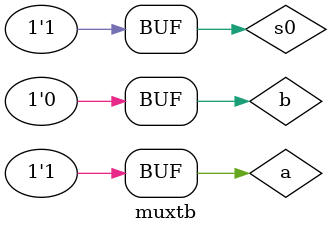
<source format=v>
`timescale 1ns / 1ps


module muxtb;

	// Inputs
	reg a;
	reg b;
	reg s0;

	// Outputs
	wire y;

	// Instantiate the Unit Under Test (UUT)
	mux2 uut (
		.a(a), 
		.b(b), 
		.s0(s0), 
		.y(y)
	);
initial begin
	    $monitor("simtime=%g,A=%b,B=%b,y=%b",$time,a,b,y);
		 end
	initial begin
		// Initialize Inputs
		a = 1;
		b = 0;
		s0 = 0;

		// Wait 100 ns for global reset to finish
		#100;s0=1;
        
		// Add stimulus here

	end
      
endmodule


</source>
